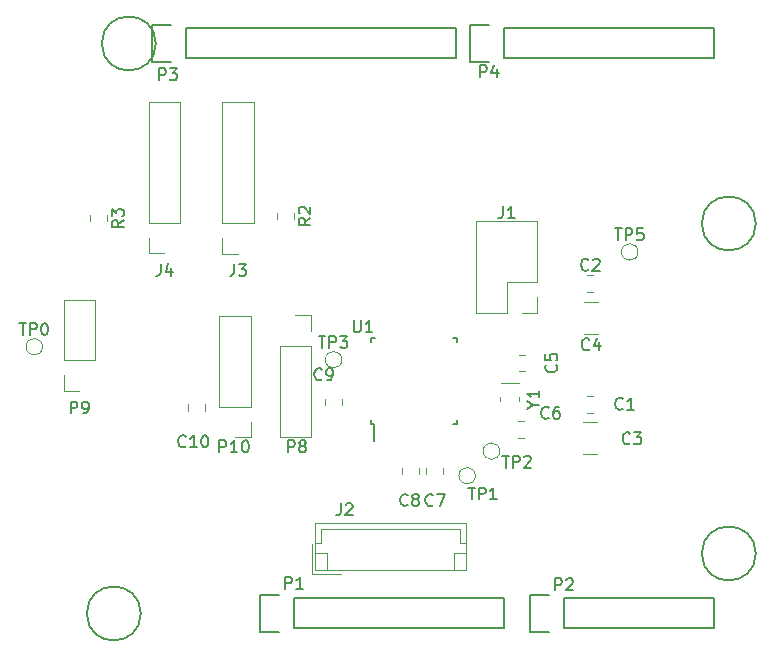
<source format=gbr>
G04 #@! TF.GenerationSoftware,KiCad,Pcbnew,(5.1.4)-1*
G04 #@! TF.CreationDate,2020-03-24T16:39:45-06:00*
G04 #@! TF.ProjectId,Laser_Stripe_Sensor,4c617365-725f-4537-9472-6970655f5365,rev?*
G04 #@! TF.SameCoordinates,Original*
G04 #@! TF.FileFunction,Legend,Top*
G04 #@! TF.FilePolarity,Positive*
%FSLAX46Y46*%
G04 Gerber Fmt 4.6, Leading zero omitted, Abs format (unit mm)*
G04 Created by KiCad (PCBNEW (5.1.4)-1) date 2020-03-24 16:39:45*
%MOMM*%
%LPD*%
G04 APERTURE LIST*
%ADD10C,0.120000*%
%ADD11C,0.150000*%
G04 APERTURE END LIST*
D10*
X136559600Y-108924400D02*
X135229600Y-108924400D01*
X136559600Y-107594400D02*
X136559600Y-108924400D01*
X136559600Y-106324400D02*
X133899600Y-106324400D01*
X133899600Y-106324400D02*
X133899600Y-98644400D01*
X136559600Y-106324400D02*
X136559600Y-98644400D01*
X136559600Y-98644400D02*
X133899600Y-98644400D01*
X141736000Y-120466000D02*
X144236000Y-120466000D01*
X141736000Y-117966000D02*
X141736000Y-120466000D01*
X153756000Y-118666000D02*
X153756000Y-120166000D01*
X154756000Y-118666000D02*
X153756000Y-118666000D01*
X143036000Y-118666000D02*
X143036000Y-120166000D01*
X142036000Y-118666000D02*
X143036000Y-118666000D01*
X154256000Y-117856000D02*
X154756000Y-117856000D01*
X154256000Y-116646000D02*
X154256000Y-117856000D01*
X142536000Y-116646000D02*
X154256000Y-116646000D01*
X142536000Y-117856000D02*
X142536000Y-116646000D01*
X142036000Y-117856000D02*
X142536000Y-117856000D01*
X154756000Y-116146000D02*
X142036000Y-116146000D01*
X154756000Y-120166000D02*
X154756000Y-116146000D01*
X142036000Y-120166000D02*
X154756000Y-120166000D01*
X142036000Y-116146000D02*
X142036000Y-120166000D01*
X169356000Y-93218000D02*
G75*
G03X169356000Y-93218000I-700000J0D01*
G01*
X159246000Y-104326000D02*
X157746000Y-104326000D01*
X157696000Y-105526000D02*
X157696000Y-105826000D01*
X159296000Y-105526000D02*
X159296000Y-105826000D01*
D11*
X146968000Y-107765000D02*
X146968000Y-109190000D01*
X146743000Y-100515000D02*
X146743000Y-100840000D01*
X153993000Y-100515000D02*
X153993000Y-100840000D01*
X153993000Y-107765000D02*
X153993000Y-107440000D01*
X146743000Y-107765000D02*
X146743000Y-107440000D01*
X153993000Y-107765000D02*
X153668000Y-107765000D01*
X153993000Y-100515000D02*
X153668000Y-100515000D01*
X146743000Y-100515000D02*
X147068000Y-100515000D01*
X146743000Y-107765000D02*
X146968000Y-107765000D01*
D10*
X144286200Y-102336600D02*
G75*
G03X144286200Y-102336600I-700000J0D01*
G01*
X157646600Y-110083600D02*
G75*
G03X157646600Y-110083600I-700000J0D01*
G01*
X155589200Y-112166400D02*
G75*
G03X155589200Y-112166400I-700000J0D01*
G01*
X118937000Y-101244400D02*
G75*
G03X118937000Y-101244400I-700000J0D01*
G01*
X122988000Y-90111948D02*
X122988000Y-90634452D01*
X124408000Y-90111948D02*
X124408000Y-90634452D01*
X138812200Y-89899748D02*
X138812200Y-90422252D01*
X140232200Y-89899748D02*
X140232200Y-90422252D01*
X122047000Y-104987400D02*
X120717000Y-104987400D01*
X120717000Y-104987400D02*
X120717000Y-103657400D01*
X120717000Y-102387400D02*
X120717000Y-97247400D01*
X123377000Y-97247400D02*
X120717000Y-97247400D01*
X123377000Y-102387400D02*
X123377000Y-97247400D01*
X123377000Y-102387400D02*
X120717000Y-102387400D01*
X140335000Y-98568200D02*
X141665000Y-98568200D01*
X141665000Y-98568200D02*
X141665000Y-99898200D01*
X141665000Y-101168200D02*
X141665000Y-108848200D01*
X139005000Y-108848200D02*
X141665000Y-108848200D01*
X139005000Y-101168200D02*
X139005000Y-108848200D01*
X139005000Y-101168200D02*
X141665000Y-101168200D01*
X129260600Y-93328800D02*
X127930600Y-93328800D01*
X127930600Y-93328800D02*
X127930600Y-91998800D01*
X127930600Y-90728800D02*
X127930600Y-80508800D01*
X130590600Y-80508800D02*
X127930600Y-80508800D01*
X130590600Y-90728800D02*
X130590600Y-80508800D01*
X130590600Y-90728800D02*
X127930600Y-90728800D01*
X135483600Y-93354200D02*
X134153600Y-93354200D01*
X134153600Y-93354200D02*
X134153600Y-92024200D01*
X134153600Y-90754200D02*
X134153600Y-80534200D01*
X136813600Y-80534200D02*
X134153600Y-80534200D01*
X136813600Y-90754200D02*
X136813600Y-80534200D01*
X136813600Y-90754200D02*
X134153600Y-90754200D01*
X160842000Y-98358000D02*
X159512000Y-98358000D01*
X160842000Y-97028000D02*
X160842000Y-98358000D01*
X158242000Y-98358000D02*
X155642000Y-98358000D01*
X158242000Y-95758000D02*
X158242000Y-98358000D01*
X160842000Y-95758000D02*
X158242000Y-95758000D01*
X155642000Y-98358000D02*
X155642000Y-90618000D01*
X160842000Y-95758000D02*
X160842000Y-90618000D01*
X160842000Y-90618000D02*
X155642000Y-90618000D01*
X131293800Y-106122948D02*
X131293800Y-106645452D01*
X132713800Y-106122948D02*
X132713800Y-106645452D01*
X142876200Y-105691148D02*
X142876200Y-106213652D01*
X144296200Y-105691148D02*
X144296200Y-106213652D01*
X149404000Y-112012252D02*
X149404000Y-111489748D01*
X150824000Y-112012252D02*
X150824000Y-111489748D01*
X151436000Y-112012252D02*
X151436000Y-111489748D01*
X152856000Y-112012252D02*
X152856000Y-111489748D01*
X159216348Y-108939400D02*
X159738852Y-108939400D01*
X159216348Y-107519400D02*
X159738852Y-107519400D01*
X159241748Y-103326000D02*
X159764252Y-103326000D01*
X159241748Y-101906000D02*
X159764252Y-101906000D01*
X165992564Y-97446000D02*
X164788436Y-97446000D01*
X165992564Y-100166000D02*
X164788436Y-100166000D01*
X165919564Y-107606000D02*
X164715436Y-107606000D01*
X165919564Y-110326000D02*
X164715436Y-110326000D01*
X165580852Y-95149600D02*
X165058348Y-95149600D01*
X165580852Y-96569600D02*
X165058348Y-96569600D01*
X165530052Y-105411200D02*
X165007548Y-105411200D01*
X165530052Y-106831200D02*
X165007548Y-106831200D01*
D11*
X127254000Y-123825000D02*
G75*
G03X127254000Y-123825000I-2286000J0D01*
G01*
X179324000Y-118745000D02*
G75*
G03X179324000Y-118745000I-2286000J0D01*
G01*
X128524000Y-75565000D02*
G75*
G03X128524000Y-75565000I-2286000J0D01*
G01*
X179324000Y-90805000D02*
G75*
G03X179324000Y-90805000I-2286000J0D01*
G01*
X140208000Y-125095000D02*
X157988000Y-125095000D01*
X157988000Y-125095000D02*
X157988000Y-122555000D01*
X157988000Y-122555000D02*
X140208000Y-122555000D01*
X137388000Y-125375000D02*
X138938000Y-125375000D01*
X140208000Y-125095000D02*
X140208000Y-122555000D01*
X138938000Y-122275000D02*
X137388000Y-122275000D01*
X137388000Y-122275000D02*
X137388000Y-125375000D01*
X163068000Y-125095000D02*
X175768000Y-125095000D01*
X175768000Y-125095000D02*
X175768000Y-122555000D01*
X175768000Y-122555000D02*
X163068000Y-122555000D01*
X160248000Y-125375000D02*
X161798000Y-125375000D01*
X163068000Y-125095000D02*
X163068000Y-122555000D01*
X161798000Y-122275000D02*
X160248000Y-122275000D01*
X160248000Y-122275000D02*
X160248000Y-125375000D01*
X131064000Y-76835000D02*
X153924000Y-76835000D01*
X153924000Y-76835000D02*
X153924000Y-74295000D01*
X153924000Y-74295000D02*
X131064000Y-74295000D01*
X128244000Y-77115000D02*
X129794000Y-77115000D01*
X131064000Y-76835000D02*
X131064000Y-74295000D01*
X129794000Y-74015000D02*
X128244000Y-74015000D01*
X128244000Y-74015000D02*
X128244000Y-77115000D01*
X157988000Y-76835000D02*
X175768000Y-76835000D01*
X175768000Y-76835000D02*
X175768000Y-74295000D01*
X175768000Y-74295000D02*
X157988000Y-74295000D01*
X155168000Y-77115000D02*
X156718000Y-77115000D01*
X157988000Y-76835000D02*
X157988000Y-74295000D01*
X156718000Y-74015000D02*
X155168000Y-74015000D01*
X155168000Y-74015000D02*
X155168000Y-77115000D01*
X133913714Y-110180380D02*
X133913714Y-109180380D01*
X134294666Y-109180380D01*
X134389904Y-109228000D01*
X134437523Y-109275619D01*
X134485142Y-109370857D01*
X134485142Y-109513714D01*
X134437523Y-109608952D01*
X134389904Y-109656571D01*
X134294666Y-109704190D01*
X133913714Y-109704190D01*
X135437523Y-110180380D02*
X134866095Y-110180380D01*
X135151809Y-110180380D02*
X135151809Y-109180380D01*
X135056571Y-109323238D01*
X134961333Y-109418476D01*
X134866095Y-109466095D01*
X136056571Y-109180380D02*
X136151809Y-109180380D01*
X136247047Y-109228000D01*
X136294666Y-109275619D01*
X136342285Y-109370857D01*
X136389904Y-109561333D01*
X136389904Y-109799428D01*
X136342285Y-109989904D01*
X136294666Y-110085142D01*
X136247047Y-110132761D01*
X136151809Y-110180380D01*
X136056571Y-110180380D01*
X135961333Y-110132761D01*
X135913714Y-110085142D01*
X135866095Y-109989904D01*
X135818476Y-109799428D01*
X135818476Y-109561333D01*
X135866095Y-109370857D01*
X135913714Y-109275619D01*
X135961333Y-109228000D01*
X136056571Y-109180380D01*
X144192666Y-114508380D02*
X144192666Y-115222666D01*
X144145047Y-115365523D01*
X144049809Y-115460761D01*
X143906952Y-115508380D01*
X143811714Y-115508380D01*
X144621238Y-114603619D02*
X144668857Y-114556000D01*
X144764095Y-114508380D01*
X145002190Y-114508380D01*
X145097428Y-114556000D01*
X145145047Y-114603619D01*
X145192666Y-114698857D01*
X145192666Y-114794095D01*
X145145047Y-114936952D01*
X144573619Y-115508380D01*
X145192666Y-115508380D01*
X167394095Y-91222380D02*
X167965523Y-91222380D01*
X167679809Y-92222380D02*
X167679809Y-91222380D01*
X168298857Y-92222380D02*
X168298857Y-91222380D01*
X168679809Y-91222380D01*
X168775047Y-91270000D01*
X168822666Y-91317619D01*
X168870285Y-91412857D01*
X168870285Y-91555714D01*
X168822666Y-91650952D01*
X168775047Y-91698571D01*
X168679809Y-91746190D01*
X168298857Y-91746190D01*
X169775047Y-91222380D02*
X169298857Y-91222380D01*
X169251238Y-91698571D01*
X169298857Y-91650952D01*
X169394095Y-91603333D01*
X169632190Y-91603333D01*
X169727428Y-91650952D01*
X169775047Y-91698571D01*
X169822666Y-91793809D01*
X169822666Y-92031904D01*
X169775047Y-92127142D01*
X169727428Y-92174761D01*
X169632190Y-92222380D01*
X169394095Y-92222380D01*
X169298857Y-92174761D01*
X169251238Y-92127142D01*
X160504190Y-106140190D02*
X160980380Y-106140190D01*
X159980380Y-106473523D02*
X160504190Y-106140190D01*
X159980380Y-105806857D01*
X160980380Y-104949714D02*
X160980380Y-105521142D01*
X160980380Y-105235428D02*
X159980380Y-105235428D01*
X160123238Y-105330666D01*
X160218476Y-105425904D01*
X160266095Y-105521142D01*
X145288095Y-99020380D02*
X145288095Y-99829904D01*
X145335714Y-99925142D01*
X145383333Y-99972761D01*
X145478571Y-100020380D01*
X145669047Y-100020380D01*
X145764285Y-99972761D01*
X145811904Y-99925142D01*
X145859523Y-99829904D01*
X145859523Y-99020380D01*
X146859523Y-100020380D02*
X146288095Y-100020380D01*
X146573809Y-100020380D02*
X146573809Y-99020380D01*
X146478571Y-99163238D01*
X146383333Y-99258476D01*
X146288095Y-99306095D01*
X142324295Y-100340980D02*
X142895723Y-100340980D01*
X142610009Y-101340980D02*
X142610009Y-100340980D01*
X143229057Y-101340980D02*
X143229057Y-100340980D01*
X143610009Y-100340980D01*
X143705247Y-100388600D01*
X143752866Y-100436219D01*
X143800485Y-100531457D01*
X143800485Y-100674314D01*
X143752866Y-100769552D01*
X143705247Y-100817171D01*
X143610009Y-100864790D01*
X143229057Y-100864790D01*
X144133819Y-100340980D02*
X144752866Y-100340980D01*
X144419533Y-100721933D01*
X144562390Y-100721933D01*
X144657628Y-100769552D01*
X144705247Y-100817171D01*
X144752866Y-100912409D01*
X144752866Y-101150504D01*
X144705247Y-101245742D01*
X144657628Y-101293361D01*
X144562390Y-101340980D01*
X144276676Y-101340980D01*
X144181438Y-101293361D01*
X144133819Y-101245742D01*
X157869095Y-110475780D02*
X158440523Y-110475780D01*
X158154809Y-111475780D02*
X158154809Y-110475780D01*
X158773857Y-111475780D02*
X158773857Y-110475780D01*
X159154809Y-110475780D01*
X159250047Y-110523400D01*
X159297666Y-110571019D01*
X159345285Y-110666257D01*
X159345285Y-110809114D01*
X159297666Y-110904352D01*
X159250047Y-110951971D01*
X159154809Y-110999590D01*
X158773857Y-110999590D01*
X159726238Y-110571019D02*
X159773857Y-110523400D01*
X159869095Y-110475780D01*
X160107190Y-110475780D01*
X160202428Y-110523400D01*
X160250047Y-110571019D01*
X160297666Y-110666257D01*
X160297666Y-110761495D01*
X160250047Y-110904352D01*
X159678619Y-111475780D01*
X160297666Y-111475780D01*
X154973495Y-113168180D02*
X155544923Y-113168180D01*
X155259209Y-114168180D02*
X155259209Y-113168180D01*
X155878257Y-114168180D02*
X155878257Y-113168180D01*
X156259209Y-113168180D01*
X156354447Y-113215800D01*
X156402066Y-113263419D01*
X156449685Y-113358657D01*
X156449685Y-113501514D01*
X156402066Y-113596752D01*
X156354447Y-113644371D01*
X156259209Y-113691990D01*
X155878257Y-113691990D01*
X157402066Y-114168180D02*
X156830638Y-114168180D01*
X157116352Y-114168180D02*
X157116352Y-113168180D01*
X157021114Y-113311038D01*
X156925876Y-113406276D01*
X156830638Y-113453895D01*
X116975095Y-99248780D02*
X117546523Y-99248780D01*
X117260809Y-100248780D02*
X117260809Y-99248780D01*
X117879857Y-100248780D02*
X117879857Y-99248780D01*
X118260809Y-99248780D01*
X118356047Y-99296400D01*
X118403666Y-99344019D01*
X118451285Y-99439257D01*
X118451285Y-99582114D01*
X118403666Y-99677352D01*
X118356047Y-99724971D01*
X118260809Y-99772590D01*
X117879857Y-99772590D01*
X119070333Y-99248780D02*
X119165571Y-99248780D01*
X119260809Y-99296400D01*
X119308428Y-99344019D01*
X119356047Y-99439257D01*
X119403666Y-99629733D01*
X119403666Y-99867828D01*
X119356047Y-100058304D01*
X119308428Y-100153542D01*
X119260809Y-100201161D01*
X119165571Y-100248780D01*
X119070333Y-100248780D01*
X118975095Y-100201161D01*
X118927476Y-100153542D01*
X118879857Y-100058304D01*
X118832238Y-99867828D01*
X118832238Y-99629733D01*
X118879857Y-99439257D01*
X118927476Y-99344019D01*
X118975095Y-99296400D01*
X119070333Y-99248780D01*
X125800380Y-90539866D02*
X125324190Y-90873200D01*
X125800380Y-91111295D02*
X124800380Y-91111295D01*
X124800380Y-90730342D01*
X124848000Y-90635104D01*
X124895619Y-90587485D01*
X124990857Y-90539866D01*
X125133714Y-90539866D01*
X125228952Y-90587485D01*
X125276571Y-90635104D01*
X125324190Y-90730342D01*
X125324190Y-91111295D01*
X124800380Y-90206533D02*
X124800380Y-89587485D01*
X125181333Y-89920819D01*
X125181333Y-89777961D01*
X125228952Y-89682723D01*
X125276571Y-89635104D01*
X125371809Y-89587485D01*
X125609904Y-89587485D01*
X125705142Y-89635104D01*
X125752761Y-89682723D01*
X125800380Y-89777961D01*
X125800380Y-90063676D01*
X125752761Y-90158914D01*
X125705142Y-90206533D01*
X141624580Y-90327666D02*
X141148390Y-90661000D01*
X141624580Y-90899095D02*
X140624580Y-90899095D01*
X140624580Y-90518142D01*
X140672200Y-90422904D01*
X140719819Y-90375285D01*
X140815057Y-90327666D01*
X140957914Y-90327666D01*
X141053152Y-90375285D01*
X141100771Y-90422904D01*
X141148390Y-90518142D01*
X141148390Y-90899095D01*
X140719819Y-89946714D02*
X140672200Y-89899095D01*
X140624580Y-89803857D01*
X140624580Y-89565761D01*
X140672200Y-89470523D01*
X140719819Y-89422904D01*
X140815057Y-89375285D01*
X140910295Y-89375285D01*
X141053152Y-89422904D01*
X141624580Y-89994333D01*
X141624580Y-89375285D01*
X121308904Y-106879780D02*
X121308904Y-105879780D01*
X121689857Y-105879780D01*
X121785095Y-105927400D01*
X121832714Y-105975019D01*
X121880333Y-106070257D01*
X121880333Y-106213114D01*
X121832714Y-106308352D01*
X121785095Y-106355971D01*
X121689857Y-106403590D01*
X121308904Y-106403590D01*
X122356523Y-106879780D02*
X122547000Y-106879780D01*
X122642238Y-106832161D01*
X122689857Y-106784542D01*
X122785095Y-106641685D01*
X122832714Y-106451209D01*
X122832714Y-106070257D01*
X122785095Y-105975019D01*
X122737476Y-105927400D01*
X122642238Y-105879780D01*
X122451761Y-105879780D01*
X122356523Y-105927400D01*
X122308904Y-105975019D01*
X122261285Y-106070257D01*
X122261285Y-106308352D01*
X122308904Y-106403590D01*
X122356523Y-106451209D01*
X122451761Y-106498828D01*
X122642238Y-106498828D01*
X122737476Y-106451209D01*
X122785095Y-106403590D01*
X122832714Y-106308352D01*
X139723904Y-110180380D02*
X139723904Y-109180380D01*
X140104857Y-109180380D01*
X140200095Y-109228000D01*
X140247714Y-109275619D01*
X140295333Y-109370857D01*
X140295333Y-109513714D01*
X140247714Y-109608952D01*
X140200095Y-109656571D01*
X140104857Y-109704190D01*
X139723904Y-109704190D01*
X140866761Y-109608952D02*
X140771523Y-109561333D01*
X140723904Y-109513714D01*
X140676285Y-109418476D01*
X140676285Y-109370857D01*
X140723904Y-109275619D01*
X140771523Y-109228000D01*
X140866761Y-109180380D01*
X141057238Y-109180380D01*
X141152476Y-109228000D01*
X141200095Y-109275619D01*
X141247714Y-109370857D01*
X141247714Y-109418476D01*
X141200095Y-109513714D01*
X141152476Y-109561333D01*
X141057238Y-109608952D01*
X140866761Y-109608952D01*
X140771523Y-109656571D01*
X140723904Y-109704190D01*
X140676285Y-109799428D01*
X140676285Y-109989904D01*
X140723904Y-110085142D01*
X140771523Y-110132761D01*
X140866761Y-110180380D01*
X141057238Y-110180380D01*
X141152476Y-110132761D01*
X141200095Y-110085142D01*
X141247714Y-109989904D01*
X141247714Y-109799428D01*
X141200095Y-109704190D01*
X141152476Y-109656571D01*
X141057238Y-109608952D01*
X128927266Y-94221180D02*
X128927266Y-94935466D01*
X128879647Y-95078323D01*
X128784409Y-95173561D01*
X128641552Y-95221180D01*
X128546314Y-95221180D01*
X129832028Y-94554514D02*
X129832028Y-95221180D01*
X129593933Y-94173561D02*
X129355838Y-94887847D01*
X129974885Y-94887847D01*
X135150266Y-94246580D02*
X135150266Y-94960866D01*
X135102647Y-95103723D01*
X135007409Y-95198961D01*
X134864552Y-95246580D01*
X134769314Y-95246580D01*
X135531219Y-94246580D02*
X136150266Y-94246580D01*
X135816933Y-94627533D01*
X135959790Y-94627533D01*
X136055028Y-94675152D01*
X136102647Y-94722771D01*
X136150266Y-94818009D01*
X136150266Y-95056104D01*
X136102647Y-95151342D01*
X136055028Y-95198961D01*
X135959790Y-95246580D01*
X135674076Y-95246580D01*
X135578838Y-95198961D01*
X135531219Y-95151342D01*
X157908666Y-89368380D02*
X157908666Y-90082666D01*
X157861047Y-90225523D01*
X157765809Y-90320761D01*
X157622952Y-90368380D01*
X157527714Y-90368380D01*
X158908666Y-90368380D02*
X158337238Y-90368380D01*
X158622952Y-90368380D02*
X158622952Y-89368380D01*
X158527714Y-89511238D01*
X158432476Y-89606476D01*
X158337238Y-89654095D01*
X131056142Y-109653342D02*
X131008523Y-109700961D01*
X130865666Y-109748580D01*
X130770428Y-109748580D01*
X130627571Y-109700961D01*
X130532333Y-109605723D01*
X130484714Y-109510485D01*
X130437095Y-109320009D01*
X130437095Y-109177152D01*
X130484714Y-108986676D01*
X130532333Y-108891438D01*
X130627571Y-108796200D01*
X130770428Y-108748580D01*
X130865666Y-108748580D01*
X131008523Y-108796200D01*
X131056142Y-108843819D01*
X132008523Y-109748580D02*
X131437095Y-109748580D01*
X131722809Y-109748580D02*
X131722809Y-108748580D01*
X131627571Y-108891438D01*
X131532333Y-108986676D01*
X131437095Y-109034295D01*
X132627571Y-108748580D02*
X132722809Y-108748580D01*
X132818047Y-108796200D01*
X132865666Y-108843819D01*
X132913285Y-108939057D01*
X132960904Y-109129533D01*
X132960904Y-109367628D01*
X132913285Y-109558104D01*
X132865666Y-109653342D01*
X132818047Y-109700961D01*
X132722809Y-109748580D01*
X132627571Y-109748580D01*
X132532333Y-109700961D01*
X132484714Y-109653342D01*
X132437095Y-109558104D01*
X132389476Y-109367628D01*
X132389476Y-109129533D01*
X132437095Y-108939057D01*
X132484714Y-108843819D01*
X132532333Y-108796200D01*
X132627571Y-108748580D01*
X142581333Y-103989142D02*
X142533714Y-104036761D01*
X142390857Y-104084380D01*
X142295619Y-104084380D01*
X142152761Y-104036761D01*
X142057523Y-103941523D01*
X142009904Y-103846285D01*
X141962285Y-103655809D01*
X141962285Y-103512952D01*
X142009904Y-103322476D01*
X142057523Y-103227238D01*
X142152761Y-103132000D01*
X142295619Y-103084380D01*
X142390857Y-103084380D01*
X142533714Y-103132000D01*
X142581333Y-103179619D01*
X143057523Y-104084380D02*
X143248000Y-104084380D01*
X143343238Y-104036761D01*
X143390857Y-103989142D01*
X143486095Y-103846285D01*
X143533714Y-103655809D01*
X143533714Y-103274857D01*
X143486095Y-103179619D01*
X143438476Y-103132000D01*
X143343238Y-103084380D01*
X143152761Y-103084380D01*
X143057523Y-103132000D01*
X143009904Y-103179619D01*
X142962285Y-103274857D01*
X142962285Y-103512952D01*
X143009904Y-103608190D01*
X143057523Y-103655809D01*
X143152761Y-103703428D01*
X143343238Y-103703428D01*
X143438476Y-103655809D01*
X143486095Y-103608190D01*
X143533714Y-103512952D01*
X149845733Y-114631742D02*
X149798114Y-114679361D01*
X149655257Y-114726980D01*
X149560019Y-114726980D01*
X149417161Y-114679361D01*
X149321923Y-114584123D01*
X149274304Y-114488885D01*
X149226685Y-114298409D01*
X149226685Y-114155552D01*
X149274304Y-113965076D01*
X149321923Y-113869838D01*
X149417161Y-113774600D01*
X149560019Y-113726980D01*
X149655257Y-113726980D01*
X149798114Y-113774600D01*
X149845733Y-113822219D01*
X150417161Y-114155552D02*
X150321923Y-114107933D01*
X150274304Y-114060314D01*
X150226685Y-113965076D01*
X150226685Y-113917457D01*
X150274304Y-113822219D01*
X150321923Y-113774600D01*
X150417161Y-113726980D01*
X150607638Y-113726980D01*
X150702876Y-113774600D01*
X150750495Y-113822219D01*
X150798114Y-113917457D01*
X150798114Y-113965076D01*
X150750495Y-114060314D01*
X150702876Y-114107933D01*
X150607638Y-114155552D01*
X150417161Y-114155552D01*
X150321923Y-114203171D01*
X150274304Y-114250790D01*
X150226685Y-114346028D01*
X150226685Y-114536504D01*
X150274304Y-114631742D01*
X150321923Y-114679361D01*
X150417161Y-114726980D01*
X150607638Y-114726980D01*
X150702876Y-114679361D01*
X150750495Y-114631742D01*
X150798114Y-114536504D01*
X150798114Y-114346028D01*
X150750495Y-114250790D01*
X150702876Y-114203171D01*
X150607638Y-114155552D01*
X151979333Y-114639142D02*
X151931714Y-114686761D01*
X151788857Y-114734380D01*
X151693619Y-114734380D01*
X151550761Y-114686761D01*
X151455523Y-114591523D01*
X151407904Y-114496285D01*
X151360285Y-114305809D01*
X151360285Y-114162952D01*
X151407904Y-113972476D01*
X151455523Y-113877238D01*
X151550761Y-113782000D01*
X151693619Y-113734380D01*
X151788857Y-113734380D01*
X151931714Y-113782000D01*
X151979333Y-113829619D01*
X152312666Y-113734380D02*
X152979333Y-113734380D01*
X152550761Y-114734380D01*
X161783733Y-107240342D02*
X161736114Y-107287961D01*
X161593257Y-107335580D01*
X161498019Y-107335580D01*
X161355161Y-107287961D01*
X161259923Y-107192723D01*
X161212304Y-107097485D01*
X161164685Y-106907009D01*
X161164685Y-106764152D01*
X161212304Y-106573676D01*
X161259923Y-106478438D01*
X161355161Y-106383200D01*
X161498019Y-106335580D01*
X161593257Y-106335580D01*
X161736114Y-106383200D01*
X161783733Y-106430819D01*
X162640876Y-106335580D02*
X162450400Y-106335580D01*
X162355161Y-106383200D01*
X162307542Y-106430819D01*
X162212304Y-106573676D01*
X162164685Y-106764152D01*
X162164685Y-107145104D01*
X162212304Y-107240342D01*
X162259923Y-107287961D01*
X162355161Y-107335580D01*
X162545638Y-107335580D01*
X162640876Y-107287961D01*
X162688495Y-107240342D01*
X162736114Y-107145104D01*
X162736114Y-106907009D01*
X162688495Y-106811771D01*
X162640876Y-106764152D01*
X162545638Y-106716533D01*
X162355161Y-106716533D01*
X162259923Y-106764152D01*
X162212304Y-106811771D01*
X162164685Y-106907009D01*
X162409142Y-102782666D02*
X162456761Y-102830285D01*
X162504380Y-102973142D01*
X162504380Y-103068380D01*
X162456761Y-103211238D01*
X162361523Y-103306476D01*
X162266285Y-103354095D01*
X162075809Y-103401714D01*
X161932952Y-103401714D01*
X161742476Y-103354095D01*
X161647238Y-103306476D01*
X161552000Y-103211238D01*
X161504380Y-103068380D01*
X161504380Y-102973142D01*
X161552000Y-102830285D01*
X161599619Y-102782666D01*
X161504380Y-101877904D02*
X161504380Y-102354095D01*
X161980571Y-102401714D01*
X161932952Y-102354095D01*
X161885333Y-102258857D01*
X161885333Y-102020761D01*
X161932952Y-101925523D01*
X161980571Y-101877904D01*
X162075809Y-101830285D01*
X162313904Y-101830285D01*
X162409142Y-101877904D01*
X162456761Y-101925523D01*
X162504380Y-102020761D01*
X162504380Y-102258857D01*
X162456761Y-102354095D01*
X162409142Y-102401714D01*
X165223833Y-101443142D02*
X165176214Y-101490761D01*
X165033357Y-101538380D01*
X164938119Y-101538380D01*
X164795261Y-101490761D01*
X164700023Y-101395523D01*
X164652404Y-101300285D01*
X164604785Y-101109809D01*
X164604785Y-100966952D01*
X164652404Y-100776476D01*
X164700023Y-100681238D01*
X164795261Y-100586000D01*
X164938119Y-100538380D01*
X165033357Y-100538380D01*
X165176214Y-100586000D01*
X165223833Y-100633619D01*
X166080976Y-100871714D02*
X166080976Y-101538380D01*
X165842880Y-100490761D02*
X165604785Y-101205047D01*
X166223833Y-101205047D01*
X168667133Y-109399342D02*
X168619514Y-109446961D01*
X168476657Y-109494580D01*
X168381419Y-109494580D01*
X168238561Y-109446961D01*
X168143323Y-109351723D01*
X168095704Y-109256485D01*
X168048085Y-109066009D01*
X168048085Y-108923152D01*
X168095704Y-108732676D01*
X168143323Y-108637438D01*
X168238561Y-108542200D01*
X168381419Y-108494580D01*
X168476657Y-108494580D01*
X168619514Y-108542200D01*
X168667133Y-108589819D01*
X169000466Y-108494580D02*
X169619514Y-108494580D01*
X169286180Y-108875533D01*
X169429038Y-108875533D01*
X169524276Y-108923152D01*
X169571895Y-108970771D01*
X169619514Y-109066009D01*
X169619514Y-109304104D01*
X169571895Y-109399342D01*
X169524276Y-109446961D01*
X169429038Y-109494580D01*
X169143323Y-109494580D01*
X169048085Y-109446961D01*
X169000466Y-109399342D01*
X165161933Y-94692742D02*
X165114314Y-94740361D01*
X164971457Y-94787980D01*
X164876219Y-94787980D01*
X164733361Y-94740361D01*
X164638123Y-94645123D01*
X164590504Y-94549885D01*
X164542885Y-94359409D01*
X164542885Y-94216552D01*
X164590504Y-94026076D01*
X164638123Y-93930838D01*
X164733361Y-93835600D01*
X164876219Y-93787980D01*
X164971457Y-93787980D01*
X165114314Y-93835600D01*
X165161933Y-93883219D01*
X165542885Y-93883219D02*
X165590504Y-93835600D01*
X165685742Y-93787980D01*
X165923838Y-93787980D01*
X166019076Y-93835600D01*
X166066695Y-93883219D01*
X166114314Y-93978457D01*
X166114314Y-94073695D01*
X166066695Y-94216552D01*
X165495266Y-94787980D01*
X166114314Y-94787980D01*
X168057533Y-106478342D02*
X168009914Y-106525961D01*
X167867057Y-106573580D01*
X167771819Y-106573580D01*
X167628961Y-106525961D01*
X167533723Y-106430723D01*
X167486104Y-106335485D01*
X167438485Y-106145009D01*
X167438485Y-106002152D01*
X167486104Y-105811676D01*
X167533723Y-105716438D01*
X167628961Y-105621200D01*
X167771819Y-105573580D01*
X167867057Y-105573580D01*
X168009914Y-105621200D01*
X168057533Y-105668819D01*
X169009914Y-106573580D02*
X168438485Y-106573580D01*
X168724200Y-106573580D02*
X168724200Y-105573580D01*
X168628961Y-105716438D01*
X168533723Y-105811676D01*
X168438485Y-105859295D01*
X139469904Y-121737380D02*
X139469904Y-120737380D01*
X139850857Y-120737380D01*
X139946095Y-120785000D01*
X139993714Y-120832619D01*
X140041333Y-120927857D01*
X140041333Y-121070714D01*
X139993714Y-121165952D01*
X139946095Y-121213571D01*
X139850857Y-121261190D01*
X139469904Y-121261190D01*
X140993714Y-121737380D02*
X140422285Y-121737380D01*
X140708000Y-121737380D02*
X140708000Y-120737380D01*
X140612761Y-120880238D01*
X140517523Y-120975476D01*
X140422285Y-121023095D01*
X162329904Y-121864380D02*
X162329904Y-120864380D01*
X162710857Y-120864380D01*
X162806095Y-120912000D01*
X162853714Y-120959619D01*
X162901333Y-121054857D01*
X162901333Y-121197714D01*
X162853714Y-121292952D01*
X162806095Y-121340571D01*
X162710857Y-121388190D01*
X162329904Y-121388190D01*
X163282285Y-120959619D02*
X163329904Y-120912000D01*
X163425142Y-120864380D01*
X163663238Y-120864380D01*
X163758476Y-120912000D01*
X163806095Y-120959619D01*
X163853714Y-121054857D01*
X163853714Y-121150095D01*
X163806095Y-121292952D01*
X163234666Y-121864380D01*
X163853714Y-121864380D01*
X128801904Y-78684380D02*
X128801904Y-77684380D01*
X129182857Y-77684380D01*
X129278095Y-77732000D01*
X129325714Y-77779619D01*
X129373333Y-77874857D01*
X129373333Y-78017714D01*
X129325714Y-78112952D01*
X129278095Y-78160571D01*
X129182857Y-78208190D01*
X128801904Y-78208190D01*
X129706666Y-77684380D02*
X130325714Y-77684380D01*
X129992380Y-78065333D01*
X130135238Y-78065333D01*
X130230476Y-78112952D01*
X130278095Y-78160571D01*
X130325714Y-78255809D01*
X130325714Y-78493904D01*
X130278095Y-78589142D01*
X130230476Y-78636761D01*
X130135238Y-78684380D01*
X129849523Y-78684380D01*
X129754285Y-78636761D01*
X129706666Y-78589142D01*
X155979904Y-78430380D02*
X155979904Y-77430380D01*
X156360857Y-77430380D01*
X156456095Y-77478000D01*
X156503714Y-77525619D01*
X156551333Y-77620857D01*
X156551333Y-77763714D01*
X156503714Y-77858952D01*
X156456095Y-77906571D01*
X156360857Y-77954190D01*
X155979904Y-77954190D01*
X157408476Y-77763714D02*
X157408476Y-78430380D01*
X157170380Y-77382761D02*
X156932285Y-78097047D01*
X157551333Y-78097047D01*
M02*

</source>
